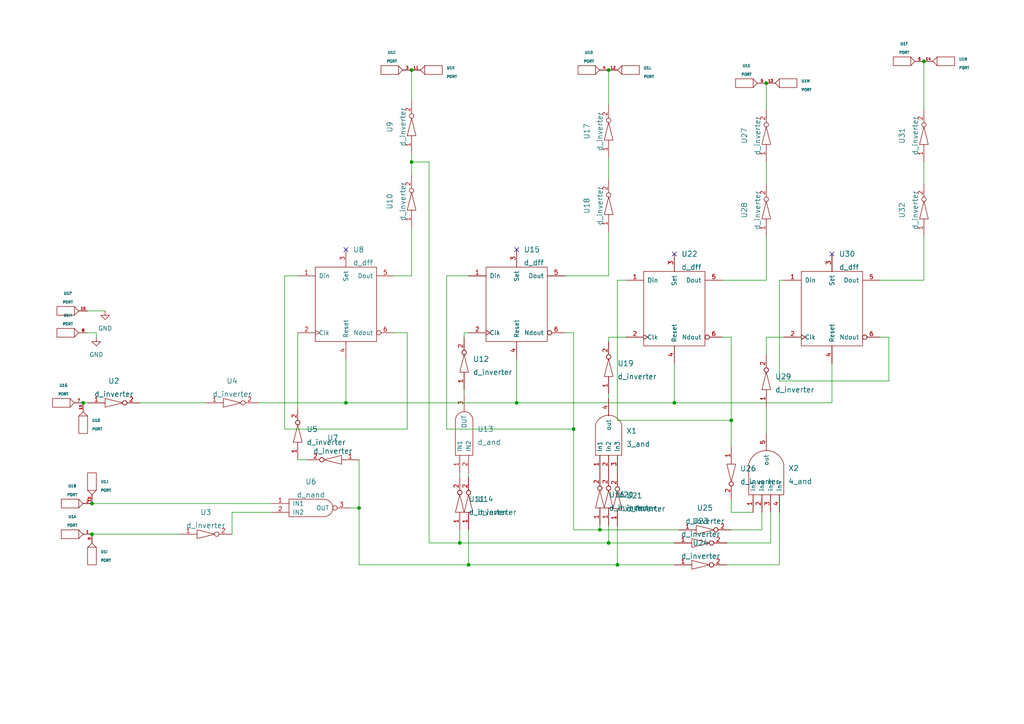
<source format=kicad_sch>
(kicad_sch (version 20211123) (generator eeschema)
  (paper "A4")
  (lib_symbols
    (symbol "eSim_Digital:d_and" (pin_names (offset 1.016))
      (property "Reference" "U" (at 0 0 0))
      (property "Value" "d_and" (at 1.27 2.54 0))
      (symbol "d_and_0_1"
        (polyline (pts (xy 3.81 -1.27) (xy -6.35 -1.27) (xy -6.35 3.81) (xy 3.81 3.81)))
        (arc (start 3.81 -1.27) (mid 5.5897 -0.5171) (end 6.35 1.27))
        (arc (start 6.35 1.27) (mid 5.5971 3.0497) (end 3.81 3.81))
      )
      (symbol "d_and_1_1"
        (pin input line (at -11.43 2.54 0) (length 5.08) (name "IN1") (number "1"))
        (pin input line (at -11.43 0 0) (length 5.08) (name "IN2") (number "2"))
        (pin output line (at 11.43 1.27 180) (length 5.08) (name "OUT") (number "3"))
      )
    )
    (symbol "eSim_Digital:d_dff" (pin_names (offset 1.016))
      (property "Reference" "U" (at 0 0 0))
      (property "Value" "d_dff" (at 0 3.81 0))
      (symbol "d_dff_0_1"
        (rectangle (start 8.89 11.43) (end -8.89 -10.16))
      )
      (symbol "d_dff_1_1"
        (pin input line (at -13.97 8.89 0) (length 5.08) (name "Din") (number "1"))
        (pin input clock (at -13.97 -7.62 0) (length 5.08) (name "Clk") (number "2"))
        (pin input line (at 0 16.51 270) (length 5.08) (name "Set") (number "3"))
        (pin input line (at 0 -15.24 90) (length 5.08) (name "Reset") (number "4"))
        (pin output line (at 13.97 8.89 180) (length 5.08) (name "Dout") (number "5"))
        (pin output inverted (at 13.97 -7.62 180) (length 5.08) (name "Ndout") (number "6"))
      )
    )
    (symbol "eSim_Digital:d_inverter" (pin_names (offset 1.016))
      (property "Reference" "U" (at 0 -2.54 0))
      (property "Value" "d_inverter" (at 0 3.81 0))
      (symbol "d_inverter_0_1"
        (polyline (pts (xy -2.54 1.27) (xy -2.54 -1.27) (xy 2.54 0) (xy -2.54 1.27)))
      )
      (symbol "d_inverter_1_1"
        (pin input line (at -7.62 0 0) (length 5.08) (name "~") (number "1"))
        (pin output inverted (at 7.62 0 180) (length 5.08) (name "~") (number "2"))
      )
    )
    (symbol "eSim_Digital:d_nand" (pin_names (offset 1.016))
      (property "Reference" "U" (at 0 0 0))
      (property "Value" "d_nand" (at 1.27 2.54 0))
      (symbol "d_nand_0_1"
        (polyline (pts (xy 3.81 -1.27) (xy -6.35 -1.27) (xy -6.35 3.81) (xy 3.81 3.81)))
        (arc (start 3.81 -1.27) (mid 5.5897 -0.5171) (end 6.35 1.27))
        (arc (start 6.35 1.27) (mid 5.5971 3.0497) (end 3.81 3.81))
      )
      (symbol "d_nand_1_1"
        (pin input line (at -11.43 2.54 0) (length 5.08) (name "IN1") (number "1"))
        (pin input line (at -11.43 0 0) (length 5.08) (name "IN2") (number "2"))
        (pin output inverted (at 11.43 1.27 180) (length 5.08) (name "OUT") (number "3"))
      )
    )
    (symbol "eSim_Miscellaneous:PORT" (pin_names (offset 1.016))
      (property "Reference" "U" (at 1.27 2.54 0))
      (property "Value" "PORT" (at 0 0 0))
      (symbol "PORT_0_1"
        (rectangle (start -2.54 1.27) (end 2.54 -1.27))
        (arc (start 2.54 1.27) (mid 3.1355 0.5955) (end 3.81 0))
        (arc (start 3.81 0) (mid 3.1447 -0.6046) (end 2.54 -1.27))
      )
      (symbol "PORT_1_1"
        (pin bidirectional line (at 6.35 0 180) (length 2.54) (name "~") (number "1"))
      )
      (symbol "PORT_2_1"
        (pin bidirectional line (at 6.35 0 180) (length 2.54) (name "~") (number "2"))
      )
      (symbol "PORT_3_1"
        (pin bidirectional line (at 6.35 0 180) (length 2.54) (name "~") (number "3"))
      )
      (symbol "PORT_4_1"
        (pin bidirectional line (at 6.35 0 180) (length 2.54) (name "~") (number "4"))
      )
      (symbol "PORT_5_1"
        (pin bidirectional line (at 6.35 0 180) (length 2.54) (name "~") (number "5"))
      )
      (symbol "PORT_6_1"
        (pin bidirectional line (at 6.35 0 180) (length 2.54) (name "~") (number "6"))
      )
      (symbol "PORT_7_1"
        (pin bidirectional line (at 6.35 0 180) (length 2.54) (name "~") (number "7"))
      )
      (symbol "PORT_8_1"
        (pin bidirectional line (at 6.35 0 180) (length 2.54) (name "~") (number "8"))
      )
      (symbol "PORT_9_1"
        (pin bidirectional line (at 6.35 0 180) (length 2.54) (name "~") (number "9"))
      )
      (symbol "PORT_10_1"
        (pin bidirectional line (at 6.35 0 180) (length 2.54) (name "~") (number "10"))
      )
      (symbol "PORT_11_1"
        (pin bidirectional line (at 6.35 0 180) (length 2.54) (name "~") (number "11"))
      )
      (symbol "PORT_12_1"
        (pin bidirectional line (at 6.35 0 180) (length 2.54) (name "~") (number "12"))
      )
      (symbol "PORT_13_1"
        (pin bidirectional line (at 6.35 0 180) (length 2.54) (name "~") (number "13"))
      )
      (symbol "PORT_14_1"
        (pin bidirectional line (at 6.35 0 180) (length 2.54) (name "~") (number "14"))
      )
      (symbol "PORT_15_1"
        (pin bidirectional line (at 6.35 0 180) (length 2.54) (name "~") (number "15"))
      )
      (symbol "PORT_16_1"
        (pin bidirectional line (at 6.35 0 180) (length 2.54) (name "~") (number "16"))
      )
      (symbol "PORT_17_1"
        (pin bidirectional line (at 6.35 0 180) (length 2.54) (name "~") (number "17"))
      )
      (symbol "PORT_18_1"
        (pin bidirectional line (at 6.35 0 180) (length 2.54) (name "~") (number "18"))
      )
      (symbol "PORT_19_1"
        (pin bidirectional line (at 6.35 0 180) (length 2.54) (name "~") (number "19"))
      )
      (symbol "PORT_20_1"
        (pin bidirectional line (at 6.35 0 180) (length 2.54) (name "~") (number "20"))
      )
      (symbol "PORT_21_1"
        (pin bidirectional line (at 6.35 0 180) (length 2.54) (name "~") (number "21"))
      )
      (symbol "PORT_22_1"
        (pin bidirectional line (at 6.35 0 180) (length 2.54) (name "~") (number "22"))
      )
      (symbol "PORT_23_1"
        (pin bidirectional line (at 6.35 0 180) (length 2.54) (name "~") (number "23"))
      )
      (symbol "PORT_24_1"
        (pin bidirectional line (at 6.35 0 180) (length 2.54) (name "~") (number "24"))
      )
      (symbol "PORT_25_1"
        (pin bidirectional line (at 6.35 0 180) (length 2.54) (name "~") (number "25"))
      )
      (symbol "PORT_26_1"
        (pin bidirectional line (at 6.35 0 180) (length 2.54) (name "~") (number "26"))
      )
    )
    (symbol "eSim_Power:eSim_GND" (power) (pin_names (offset 0))
      (property "Value" "eSim_GND" (at 0 -3.81 0))
      (symbol "eSim_GND_0_1"
        (polyline (pts (xy 0 0) (xy 0 -1.27) (xy 1.27 -1.27) (xy 0 -2.54) (xy -1.27 -1.27) (xy 0 -1.27)))
      )
      (symbol "eSim_GND_1_1"
        (pin power_in line (at 0 0 270) (length 0) hide (name "GND") (number "1"))
      )
    )
    (symbol "eSim_Subckt:3_and" (pin_names (offset 1.016))
      (property "Reference" "X" (at 2.54 -1.27 0))
      (property "Value" "3_and" (at 3.81 3.81 0))
      (symbol "3_and_0_1"
        (polyline (pts (xy -3.81 5.08) (xy 5.08 5.08)))
        (polyline (pts (xy -3.81 5.08) (xy -3.81 -2.54) (xy 5.08 -2.54)))
        (arc (start 5.08 -2.54) (mid 7.8261 1.27) (end 5.08 5.08))
      )
      (symbol "3_and_1_1"
        (pin input line (at -8.89 3.81 0) (length 5.08) (name "in1") (number "1"))
        (pin input line (at -8.89 1.27 0) (length 5.08) (name "in2") (number "2"))
        (pin input line (at -8.89 -1.27 0) (length 5.08) (name "in3") (number "3"))
        (pin output line (at 12.7 1.27 180) (length 5.08) (name "out") (number "4"))
      )
    )
    (symbol "eSim_Subckt:4_and" (pin_names (offset 1.016))
      (property "Reference" "X" (at 1.27 -1.27 0))
      (property "Value" "4_and" (at 2.54 2.54 0))
      (symbol "4_and_0_1"
        (polyline (pts (xy -5.08 5.08) (xy 3.81 5.08)))
        (polyline (pts (xy -5.08 5.08) (xy -5.08 -5.08) (xy 1.27 -5.08) (xy 3.81 -5.08)))
        (arc (start 3.81 -5.08) (mid 7.7763 0) (end 3.81 5.08))
      )
      (symbol "4_and_1_1"
        (pin input line (at -10.16 3.81 0) (length 5.08) (name "in1") (number "1"))
        (pin input line (at -10.16 1.27 0) (length 5.08) (name "in2") (number "2"))
        (pin input line (at -10.16 -1.27 0) (length 5.08) (name "in3") (number "3"))
        (pin input line (at -10.16 -3.81 0) (length 5.08) (name "in4") (number "4"))
        (pin output line (at 12.7 0 180) (length 5.08) (name "out") (number "5"))
      )
    )
  )
  (junction (at 166.37 124.46))
  (junction (at 179.07 163.83))
  (junction (at 104.14 147.32))
  (junction (at 212.09 121.92))
  (junction (at 195.58 116.84))
  (junction (at 176.53 157.48))
  (junction (at 26.67 154.94))
  (junction (at 222.25 24.13))
  (junction (at 24.13 116.84))
  (junction (at 133.35 157.48))
  (junction (at 149.86 116.84))
  (junction (at 267.97 17.78))
  (junction (at 26.67 146.05))
  (junction (at 119.38 20.32))
  (junction (at 119.38 46.99))
  (junction (at 173.99 153.67))
  (junction (at 176.53 20.32))
  (junction (at 135.89 163.83))
  (junction (at 100.33 116.84))
  (no_connect (at 100.33 72.39))
  (no_connect (at 149.86 72.39))
  (no_connect (at 195.58 73.66))
  (no_connect (at 241.3 73.66))
  (wire (pts (xy 82.55 124.46) (xy 118.11 124.46)))
  (wire (pts (xy 135.89 153.67) (xy 135.89 163.83)))
  (wire (pts (xy 25.4 90.17) (xy 30.48 90.17)))
  (wire (pts (xy 176.53 157.48) (xy 133.35 157.48)))
  (wire (pts (xy 179.07 121.92) (xy 212.09 121.92)))
  (wire (pts (xy 176.53 97.79) (xy 181.61 97.79)))
  (wire (pts (xy 86.36 133.35) (xy 88.9 133.35)))
  (wire (pts (xy 226.06 148.59) (xy 226.06 163.83)))
  (wire (pts (xy 166.37 124.46) (xy 166.37 96.52)))
  (wire (pts (xy 25.4 96.52) (xy 27.94 96.52)))
  (wire (pts (xy 104.14 163.83) (xy 104.14 147.32)))
  (wire (pts (xy 176.53 52.07) (xy 176.53 45.72)))
  (wire (pts (xy 176.53 99.06) (xy 176.53 97.79)))
  (wire (pts (xy 119.38 46.99) (xy 124.46 46.99)))
  (wire (pts (xy 212.09 97.79) (xy 209.55 97.79)))
  (wire (pts (xy 119.38 29.21) (xy 119.38 20.32)))
  (wire (pts (xy 179.07 137.16) (xy 179.07 137.3952)))
  (wire (pts (xy 135.89 80.01) (xy 129.54 80.01)))
  (wire (pts (xy 176.53 30.48) (xy 176.53 20.32)))
  (wire (pts (xy 133.35 153.6494) (xy 133.35 157.48)))
  (wire (pts (xy 241.3 116.84) (xy 241.3 105.41)))
  (wire (pts (xy 27.94 96.52) (xy 27.94 97.79)))
  (wire (pts (xy 166.37 153.67) (xy 166.37 124.46)))
  (wire (pts (xy 226.06 81.28) (xy 226.06 110.49)))
  (wire (pts (xy 223.52 157.48) (xy 210.82 157.48)))
  (wire (pts (xy 179.07 81.28) (xy 179.07 121.92)))
  (wire (pts (xy 267.97 53.34) (xy 267.97 46.99)))
  (wire (pts (xy 134.62 114.3) (xy 134.62 113.03)))
  (wire (pts (xy 133.35 137.16) (xy 133.35 138.4094)))
  (wire (pts (xy 124.46 46.99) (xy 124.46 157.48)))
  (wire (pts (xy 255.27 81.28) (xy 267.97 81.28)))
  (wire (pts (xy 212.09 121.92) (xy 212.09 97.79)))
  (wire (pts (xy 257.81 97.79) (xy 255.27 97.79)))
  (wire (pts (xy 179.07 163.83) (xy 135.89 163.83)))
  (wire (pts (xy 173.99 153.67) (xy 166.37 153.67)))
  (wire (pts (xy 220.98 148.59) (xy 220.98 153.67)))
  (wire (pts (xy 134.62 97.79) (xy 134.62 96.52)))
  (wire (pts (xy 86.36 80.01) (xy 82.55 80.01)))
  (wire (pts (xy 226.06 110.49) (xy 257.81 110.49)))
  (wire (pts (xy 267.97 17.78) (xy 267.97 31.75)))
  (wire (pts (xy 134.62 96.52) (xy 135.89 96.52)))
  (wire (pts (xy 222.25 24.13) (xy 222.25 31.75)))
  (wire (pts (xy 257.81 110.49) (xy 257.81 97.79)))
  (wire (pts (xy 118.11 96.52) (xy 114.3 96.52)))
  (wire (pts (xy 220.98 153.67) (xy 212.09 153.67)))
  (wire (pts (xy 104.14 147.32) (xy 101.6 147.32)))
  (wire (pts (xy 181.61 81.28) (xy 179.07 81.28)))
  (wire (pts (xy 118.11 124.46) (xy 118.11 96.52)))
  (wire (pts (xy 40.64 116.84) (xy 59.69 116.84)))
  (wire (pts (xy 176.53 115.57) (xy 176.53 114.3)))
  (wire (pts (xy 67.31 154.94) (xy 67.31 148.59)))
  (wire (pts (xy 163.83 80.01) (xy 176.53 80.01)))
  (wire (pts (xy 222.25 125.73) (xy 222.25 118.11)))
  (wire (pts (xy 100.33 116.84) (xy 149.86 116.84)))
  (wire (pts (xy 82.55 80.01) (xy 82.55 124.46)))
  (wire (pts (xy 100.33 104.14) (xy 100.33 116.84)))
  (wire (pts (xy 67.31 148.59) (xy 78.74 148.59)))
  (wire (pts (xy 212.09 129.54) (xy 212.09 121.92)))
  (wire (pts (xy 129.54 124.46) (xy 166.37 124.46)))
  (wire (pts (xy 222.25 81.28) (xy 222.25 68.58)))
  (wire (pts (xy 179.07 152.6352) (xy 179.07 163.83)))
  (wire (pts (xy 149.86 104.14) (xy 149.86 116.84)))
  (wire (pts (xy 26.67 146.05) (xy 78.74 146.05)))
  (wire (pts (xy 124.46 157.48) (xy 133.35 157.48)))
  (wire (pts (xy 176.53 80.01) (xy 176.53 67.31)))
  (wire (pts (xy 74.93 116.84) (xy 100.33 116.84)))
  (wire (pts (xy 135.89 137.16) (xy 135.89 138.43)))
  (wire (pts (xy 223.52 148.59) (xy 223.52 157.48)))
  (wire (pts (xy 195.58 157.48) (xy 176.53 157.48)))
  (wire (pts (xy 226.06 163.83) (xy 210.82 163.83)))
  (wire (pts (xy 149.86 116.84) (xy 195.58 116.84)))
  (wire (pts (xy 222.25 102.87) (xy 222.25 97.79)))
  (wire (pts (xy 166.37 96.52) (xy 163.83 96.52)))
  (wire (pts (xy 222.25 97.79) (xy 227.33 97.79)))
  (wire (pts (xy 114.3 80.01) (xy 119.38 80.01)))
  (wire (pts (xy 195.58 116.84) (xy 241.3 116.84)))
  (wire (pts (xy 104.14 133.35) (xy 104.14 147.32)))
  (wire (pts (xy 209.55 81.28) (xy 222.25 81.28)))
  (wire (pts (xy 24.13 116.84) (xy 25.4 116.84)))
  (wire (pts (xy 119.38 50.8) (xy 119.38 46.99)))
  (wire (pts (xy 212.09 148.59) (xy 212.09 144.78)))
  (wire (pts (xy 227.33 81.28) (xy 226.06 81.28)))
  (wire (pts (xy 86.36 118.11) (xy 86.36 96.52)))
  (wire (pts (xy 196.85 153.67) (xy 173.99 153.67)))
  (wire (pts (xy 119.38 80.01) (xy 119.38 66.04)))
  (wire (pts (xy 52.07 154.94) (xy 26.67 154.94)))
  (wire (pts (xy 218.44 148.59) (xy 212.09 148.59)))
  (wire (pts (xy 176.53 152.4) (xy 176.53 157.48)))
  (wire (pts (xy 195.58 105.41) (xy 195.58 116.84)))
  (wire (pts (xy 222.25 53.34) (xy 222.25 46.99)))
  (wire (pts (xy 173.99 152.4) (xy 173.99 153.67)))
  (wire (pts (xy 135.89 163.83) (xy 104.14 163.83)))
  (wire (pts (xy 129.54 80.01) (xy 129.54 124.46)))
  (wire (pts (xy 119.38 46.99) (xy 119.38 44.45)))
  (wire (pts (xy 195.58 163.83) (xy 179.07 163.83)))
  (wire (pts (xy 267.97 81.28) (xy 267.97 68.58)))
  (symbol (lib_id "eSim_Digital:d_inverter") (at 176.53 59.69 90) (unit 1)
    (property "Reference" "U18" (at 170.18 59.69 0) (effects (font (size 1.524 1.524))))
    (property "Value" "d_inverter" (at 173.99 59.69 0) (effects (font (size 1.524 1.524))))
  )
  (symbol (lib_id "eSim_Miscellaneous:PORT") (at 20.32 146.05 0) (unit 2)
    (property "Reference" "U1" (at 20.955 140.97 0) (effects (font (size 0.762 0.762))))
    (property "Value" "PORT" (at 20.955 143.51 0) (effects (font (size 0.762 0.762))))
  )
  (symbol (lib_id "eSim_Miscellaneous:PORT") (at 182.88 20.32 180) (unit 12)
    (property "Reference" "U1" (at 186.69 19.685 0) (effects (font (size 0.762 0.762)) (justify right)))
    (property "Value" "PORT" (at 186.69 22.225 0) (effects (font (size 0.762 0.762)) (justify right)))
  )
  (symbol (lib_id "eSim_Miscellaneous:PORT") (at 26.67 161.29 90) (unit 9)
    (property "Reference" "U1" (at 29.21 160.02 90) (effects (font (size 0.762 0.762)) (justify right)))
    (property "Value" "PORT" (at 29.21 162.56 90) (effects (font (size 0.762 0.762)) (justify right)))
  )
  (symbol (lib_id "eSim_Digital:d_dff") (at 149.86 88.9 0) (unit 1)
    (property "Reference" "U15" (at 151.8794 72.39 0) (effects (font (size 1.524 1.524)) (justify left)))
    (property "Value" "d_dff" (at 151.8794 76.2 0) (effects (font (size 1.524 1.524)) (justify left)))
  )
  (symbol (lib_id "eSim_Miscellaneous:PORT") (at 261.62 17.78 0) (unit 6)
    (property "Reference" "U1" (at 262.255 12.7 0) (effects (font (size 0.762 0.762))))
    (property "Value" "PORT" (at 262.255 15.24 0) (effects (font (size 0.762 0.762))))
  )
  (symbol (lib_id "eSim_Subckt:3_and") (at 177.8 128.27 90) (unit 1)
    (property "Reference" "X1" (at 181.61 124.9919 90) (effects (font (size 1.524 1.524)) (justify right)))
    (property "Value" "3_and" (at 181.61 128.8019 90) (effects (font (size 1.524 1.524)) (justify right)))
  )
  (symbol (lib_id "eSim_Digital:d_inverter") (at 179.07 145.0152 90) (unit 1)
    (property "Reference" "U21" (at 181.61 143.7452 90) (effects (font (size 1.524 1.524)) (justify right)))
    (property "Value" "d_inverter" (at 181.61 147.5552 90) (effects (font (size 1.524 1.524)) (justify right)))
  )
  (symbol (lib_id "eSim_Digital:d_inverter") (at 59.69 154.94 0) (unit 1)
    (property "Reference" "U3" (at 59.69 148.59 0) (effects (font (size 1.524 1.524))))
    (property "Value" "d_inverter" (at 59.69 152.4 0) (effects (font (size 1.524 1.524))))
  )
  (symbol (lib_id "eSim_Digital:d_inverter") (at 267.97 60.96 90) (unit 1)
    (property "Reference" "U32" (at 261.62 60.96 0) (effects (font (size 1.524 1.524))))
    (property "Value" "d_inverter" (at 265.43 60.96 0) (effects (font (size 1.524 1.524))))
  )
  (symbol (lib_id "eSim_Miscellaneous:PORT") (at 20.32 154.94 0) (unit 1)
    (property "Reference" "U1" (at 20.955 149.86 0) (effects (font (size 0.762 0.762))))
    (property "Value" "PORT" (at 20.955 152.4 0) (effects (font (size 0.762 0.762))))
  )
  (symbol (lib_id "eSim_Miscellaneous:PORT") (at 228.6 24.13 180) (unit 13)
    (property "Reference" "U1" (at 232.41 23.495 0) (effects (font (size 0.762 0.762)) (justify right)))
    (property "Value" "PORT" (at 232.41 26.035 0) (effects (font (size 0.762 0.762)) (justify right)))
  )
  (symbol (lib_id "eSim_Digital:d_inverter") (at 176.53 38.1 90) (unit 1)
    (property "Reference" "U17" (at 170.18 38.1 0) (effects (font (size 1.524 1.524))))
    (property "Value" "d_inverter" (at 173.99 38.1 0) (effects (font (size 1.524 1.524))))
  )
  (symbol (lib_id "eSim_Digital:d_inverter") (at 119.38 36.83 90) (unit 1)
    (property "Reference" "U9" (at 113.03 36.83 0) (effects (font (size 1.524 1.524))))
    (property "Value" "d_inverter" (at 116.84 36.83 0) (effects (font (size 1.524 1.524))))
  )
  (symbol (lib_id "eSim_Subckt:4_and") (at 222.25 138.43 90) (unit 1)
    (property "Reference" "X2" (at 228.6 135.8118 90) (effects (font (size 1.524 1.524)) (justify right)))
    (property "Value" "4_and" (at 228.6 139.6218 90) (effects (font (size 1.524 1.524)) (justify right)))
  )
  (symbol (lib_id "eSim_Digital:d_inverter") (at 203.2 163.83 0) (unit 1)
    (property "Reference" "U24" (at 203.2 157.48 0) (effects (font (size 1.524 1.524))))
    (property "Value" "d_inverter" (at 203.2 161.29 0) (effects (font (size 1.524 1.524))))
  )
  (symbol (lib_id "eSim_Digital:d_inverter") (at 33.02 116.84 0) (unit 1)
    (property "Reference" "U2" (at 33.02 110.49 0) (effects (font (size 1.524 1.524))))
    (property "Value" "d_inverter" (at 33.02 114.3 0) (effects (font (size 1.524 1.524))))
  )
  (symbol (lib_id "eSim_Miscellaneous:PORT") (at 113.03 20.32 0) (unit 3)
    (property "Reference" "U1" (at 113.665 15.24 0) (effects (font (size 0.762 0.762))))
    (property "Value" "PORT" (at 113.665 17.78 0) (effects (font (size 0.762 0.762))))
  )
  (symbol (lib_id "eSim_Digital:d_inverter") (at 203.2 157.48 0) (unit 1)
    (property "Reference" "U23" (at 203.2 151.13 0) (effects (font (size 1.524 1.524))))
    (property "Value" "d_inverter" (at 203.2 154.94 0) (effects (font (size 1.524 1.524))))
  )
  (symbol (lib_id "eSim_Digital:d_inverter") (at 176.53 144.78 90) (unit 1)
    (property "Reference" "U20" (at 179.07 143.51 90) (effects (font (size 1.524 1.524)) (justify right)))
    (property "Value" "d_inverter" (at 179.07 147.32 90) (effects (font (size 1.524 1.524)) (justify right)))
  )
  (symbol (lib_id "eSim_Power:eSim_GND") (at 27.94 97.79 0) (unit 1)
    (property "Reference" "#PWR0101" (effects hide))
    (property "Value" "eSim_GND" (at 27.94 102.87 0))
  )
  (symbol (lib_id "eSim_Miscellaneous:PORT") (at 26.67 139.7 270) (unit 10)
    (property "Reference" "U1" (at 29.21 139.7 90) (effects (font (size 0.762 0.762)) (justify left)))
    (property "Value" "PORT" (at 29.21 142.24 90) (effects (font (size 0.762 0.762)) (justify left)))
  )
  (symbol (lib_id "eSim_Digital:d_and") (at 135.89 125.73 90) (unit 1)
    (property "Reference" "U13" (at 138.43 124.46 90) (effects (font (size 1.524 1.524)) (justify right)))
    (property "Value" "d_and" (at 138.43 128.27 90) (effects (font (size 1.524 1.524)) (justify right)))
  )
  (symbol (lib_id "eSim_Digital:d_inverter") (at 119.38 58.42 90) (unit 1)
    (property "Reference" "U10" (at 113.03 58.42 0) (effects (font (size 1.524 1.524))))
    (property "Value" "d_inverter" (at 116.84 58.42 0) (effects (font (size 1.524 1.524))))
  )
  (symbol (lib_id "eSim_Miscellaneous:PORT") (at 274.32 17.78 180) (unit 14)
    (property "Reference" "U1" (at 278.13 17.145 0) (effects (font (size 0.762 0.762)) (justify right)))
    (property "Value" "PORT" (at 278.13 19.685 0) (effects (font (size 0.762 0.762)) (justify right)))
  )
  (symbol (lib_id "eSim_Miscellaneous:PORT") (at 19.05 90.17 0) (unit 16)
    (property "Reference" "U1" (at 19.685 85.09 0) (effects (font (size 0.762 0.762))))
    (property "Value" "PORT" (at 19.685 87.63 0) (effects (font (size 0.762 0.762))))
  )
  (symbol (lib_id "eSim_Digital:d_inverter") (at 135.89 146.05 90) (unit 1)
    (property "Reference" "U14" (at 138.43 144.78 90) (effects (font (size 1.524 1.524)) (justify right)))
    (property "Value" "d_inverter" (at 138.43 148.59 90) (effects (font (size 1.524 1.524)) (justify right)))
  )
  (symbol (lib_id "eSim_Digital:d_inverter") (at 86.36 125.73 90) (unit 1)
    (property "Reference" "U5" (at 88.9 124.46 90) (effects (font (size 1.524 1.524)) (justify right)))
    (property "Value" "d_inverter" (at 88.9 128.27 90) (effects (font (size 1.524 1.524)) (justify right)))
  )
  (symbol (lib_id "eSim_Digital:d_inverter") (at 96.52 133.35 180) (unit 1)
    (property "Reference" "U7" (at 96.52 127 0) (effects (font (size 1.524 1.524))))
    (property "Value" "d_inverter" (at 96.52 130.81 0) (effects (font (size 1.524 1.524))))
  )
  (symbol (lib_id "eSim_Digital:d_inverter") (at 222.25 110.49 90) (unit 1)
    (property "Reference" "U29" (at 224.79 109.22 90) (effects (font (size 1.524 1.524)) (justify right)))
    (property "Value" "d_inverter" (at 224.79 113.03 90) (effects (font (size 1.524 1.524)) (justify right)))
  )
  (symbol (lib_id "eSim_Digital:d_inverter") (at 267.97 39.37 90) (unit 1)
    (property "Reference" "U31" (at 261.62 39.37 0) (effects (font (size 1.524 1.524))))
    (property "Value" "d_inverter" (at 265.43 39.37 0) (effects (font (size 1.524 1.524))))
  )
  (symbol (lib_id "eSim_Digital:d_inverter") (at 67.31 116.84 0) (unit 1)
    (property "Reference" "U4" (at 67.31 110.49 0) (effects (font (size 1.524 1.524))))
    (property "Value" "d_inverter" (at 67.31 114.3 0) (effects (font (size 1.524 1.524))))
  )
  (symbol (lib_id "eSim_Miscellaneous:PORT") (at 170.18 20.32 0) (unit 4)
    (property "Reference" "U1" (at 170.815 15.24 0) (effects (font (size 0.762 0.762))))
    (property "Value" "PORT" (at 170.815 17.78 0) (effects (font (size 0.762 0.762))))
  )
  (symbol (lib_id "eSim_Digital:d_nand") (at 90.17 148.59 0) (unit 1)
    (property "Reference" "U6" (at 90.17 139.7 0) (effects (font (size 1.524 1.524))))
    (property "Value" "d_nand" (at 90.17 143.51 0) (effects (font (size 1.524 1.524))))
  )
  (symbol (lib_id "eSim_Miscellaneous:PORT") (at 215.9 24.13 0) (unit 5)
    (property "Reference" "U1" (at 216.535 19.05 0) (effects (font (size 0.762 0.762))))
    (property "Value" "PORT" (at 216.535 21.59 0) (effects (font (size 0.762 0.762))))
  )
  (symbol (lib_id "eSim_Miscellaneous:PORT") (at 24.13 123.19 90) (unit 15)
    (property "Reference" "U1" (at 26.67 121.92 90) (effects (font (size 0.762 0.762)) (justify right)))
    (property "Value" "PORT" (at 26.67 124.46 90) (effects (font (size 0.762 0.762)) (justify right)))
  )
  (symbol (lib_id "eSim_Miscellaneous:PORT") (at 17.78 116.84 0) (unit 7)
    (property "Reference" "U1" (at 18.415 111.76 0) (effects (font (size 0.762 0.762))))
    (property "Value" "PORT" (at 18.415 114.3 0) (effects (font (size 0.762 0.762))))
  )
  (symbol (lib_id "eSim_Digital:d_inverter") (at 212.09 137.16 270) (unit 1)
    (property "Reference" "U26" (at 214.63 135.89 90) (effects (font (size 1.524 1.524)) (justify left)))
    (property "Value" "d_inverter" (at 214.63 139.7 90) (effects (font (size 1.524 1.524)) (justify left)))
  )
  (symbol (lib_id "eSim_Digital:d_inverter") (at 133.35 146.0294 90) (unit 1)
    (property "Reference" "U11" (at 135.89 144.7594 90) (effects (font (size 1.524 1.524)) (justify right)))
    (property "Value" "d_inverter" (at 135.89 148.5694 90) (effects (font (size 1.524 1.524)) (justify right)))
  )
  (symbol (lib_id "eSim_Digital:d_dff") (at 100.33 88.9 0) (unit 1)
    (property "Reference" "U8" (at 102.3494 72.39 0) (effects (font (size 1.524 1.524)) (justify left)))
    (property "Value" "d_dff" (at 102.3494 76.2 0) (effects (font (size 1.524 1.524)) (justify left)))
  )
  (symbol (lib_id "eSim_Power:eSim_GND") (at 30.48 90.17 0) (unit 1)
    (property "Reference" "#PWR0102" (effects hide))
    (property "Value" "eSim_GND" (at 30.48 95.25 0))
  )
  (symbol (lib_id "eSim_Digital:d_inverter") (at 134.62 105.41 90) (unit 1)
    (property "Reference" "U12" (at 137.16 104.14 90) (effects (font (size 1.524 1.524)) (justify right)))
    (property "Value" "d_inverter" (at 137.16 107.95 90) (effects (font (size 1.524 1.524)) (justify right)))
  )
  (symbol (lib_id "eSim_Digital:d_inverter") (at 204.47 153.67 0) (unit 1)
    (property "Reference" "U25" (at 204.47 147.32 0) (effects (font (size 1.524 1.524))))
    (property "Value" "d_inverter" (at 204.47 151.13 0) (effects (font (size 1.524 1.524))))
  )
  (symbol (lib_id "eSim_Digital:d_dff") (at 241.3 90.17 0) (unit 1)
    (property "Reference" "U30" (at 243.3194 73.66 0) (effects (font (size 1.524 1.524)) (justify left)))
    (property "Value" "d_dff" (at 243.3194 77.47 0) (effects (font (size 1.524 1.524)) (justify left)))
  )
  (symbol (lib_id "eSim_Digital:d_inverter") (at 222.25 60.96 90) (unit 1)
    (property "Reference" "U28" (at 215.9 60.96 0) (effects (font (size 1.524 1.524))))
    (property "Value" "d_inverter" (at 219.71 60.96 0) (effects (font (size 1.524 1.524))))
  )
  (symbol (lib_id "eSim_Digital:d_inverter") (at 222.25 39.37 90) (unit 1)
    (property "Reference" "U27" (at 215.9 39.37 0) (effects (font (size 1.524 1.524))))
    (property "Value" "d_inverter" (at 219.71 39.37 0) (effects (font (size 1.524 1.524))))
  )
  (symbol (lib_id "eSim_Digital:d_inverter") (at 173.99 144.78 90) (unit 1)
    (property "Reference" "U16" (at 176.53 143.51 90) (effects (font (size 1.524 1.524)) (justify right)))
    (property "Value" "d_inverter" (at 176.53 147.32 90) (effects (font (size 1.524 1.524)) (justify right)))
  )
  (symbol (lib_id "eSim_Digital:d_inverter") (at 176.53 106.68 90) (unit 1)
    (property "Reference" "U19" (at 179.07 105.41 90) (effects (font (size 1.524 1.524)) (justify right)))
    (property "Value" "d_inverter" (at 179.07 109.22 90) (effects (font (size 1.524 1.524)) (justify right)))
  )
  (symbol (lib_id "eSim_Miscellaneous:PORT") (at 125.73 20.32 180) (unit 11)
    (property "Reference" "U1" (at 129.54 19.685 0) (effects (font (size 0.762 0.762)) (justify right)))
    (property "Value" "PORT" (at 129.54 22.225 0) (effects (font (size 0.762 0.762)) (justify right)))
  )
  (symbol (lib_id "eSim_Digital:d_dff") (at 195.58 90.17 0) (unit 1)
    (property "Reference" "U22" (at 197.5994 73.66 0) (effects (font (size 1.524 1.524)) (justify left)))
    (property "Value" "d_dff" (at 197.5994 77.47 0) (effects (font (size 1.524 1.524)) (justify left)))
  )
  (symbol (lib_id "eSim_Miscellaneous:PORT") (at 19.05 96.52 0) (unit 8)
    (property "Reference" "U1" (at 19.685 91.44 0) (effects (font (size 0.762 0.762))))
    (property "Value" "PORT" (at 19.685 93.98 0) (effects (font (size 0.762 0.762))))
  )
)
</source>
